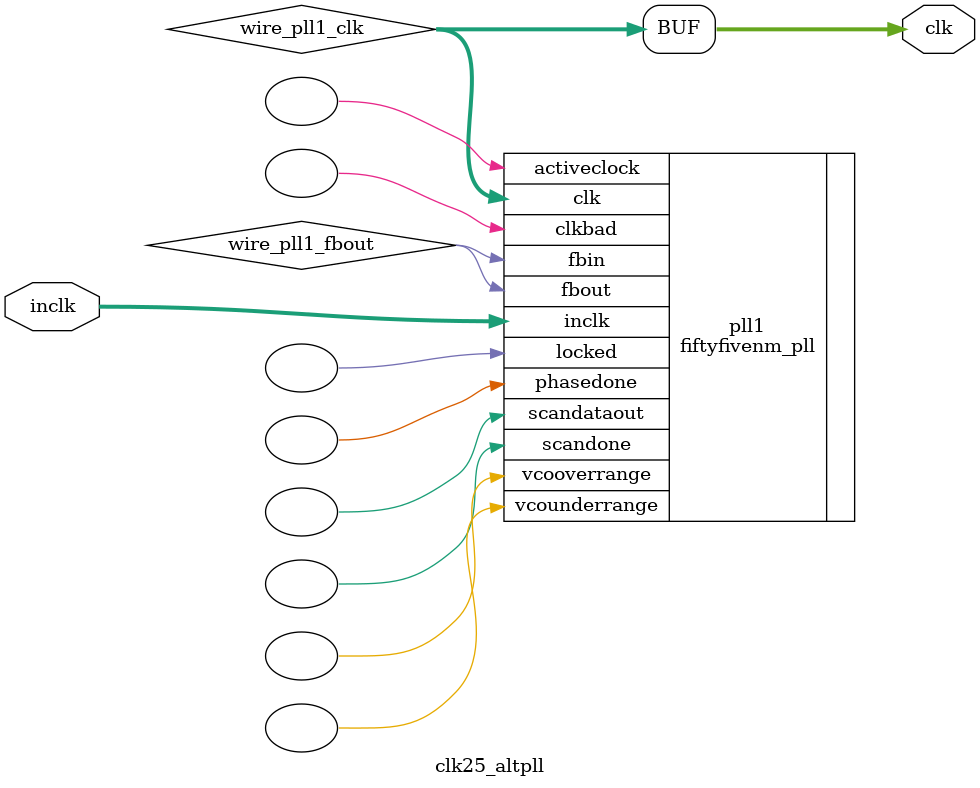
<source format=v>






//synthesis_resources = fiftyfivenm_pll 1 
//synopsys translate_off
`timescale 1 ps / 1 ps
//synopsys translate_on
module  clk25_altpll
	( 
	clk,
	inclk) /* synthesis synthesis_clearbox=1 */;
	output   [4:0]  clk;
	input   [1:0]  inclk;
`ifndef ALTERA_RESERVED_QIS
// synopsys translate_off
`endif
	tri0   [1:0]  inclk;
`ifndef ALTERA_RESERVED_QIS
// synopsys translate_on
`endif

	wire  [4:0]   wire_pll1_clk;
	wire  wire_pll1_fbout;

	fiftyfivenm_pll   pll1
	( 
	.activeclock(),
	.clk(wire_pll1_clk),
	.clkbad(),
	.fbin(wire_pll1_fbout),
	.fbout(wire_pll1_fbout),
	.inclk(inclk),
	.locked(),
	.phasedone(),
	.scandataout(),
	.scandone(),
	.vcooverrange(),
	.vcounderrange()
	`ifndef FORMAL_VERIFICATION
	// synopsys translate_off
	`endif
	,
	.areset(1'b0),
	.clkswitch(1'b0),
	.configupdate(1'b0),
	.pfdena(1'b1),
	.phasecounterselect({3{1'b0}}),
	.phasestep(1'b0),
	.phaseupdown(1'b0),
	.scanclk(1'b0),
	.scanclkena(1'b1),
	.scandata(1'b0)
	`ifndef FORMAL_VERIFICATION
	// synopsys translate_on
	`endif
	);
	defparam
		pll1.bandwidth_type = "auto",
		pll1.clk0_divide_by = 50000,
		pll1.clk0_duty_cycle = 50,
		pll1.clk0_multiply_by = 25157,
		pll1.clk0_phase_shift = "0",
		pll1.compensate_clock = "clk0",
		pll1.inclk0_input_frequency = 20000,
		pll1.operation_mode = "normal",
		pll1.pll_type = "auto",
		pll1.lpm_type = "fiftyfivenm_pll";
	assign
		clk = {wire_pll1_clk[4:0]};
endmodule //clk25_altpll
//VALID FILE

</source>
